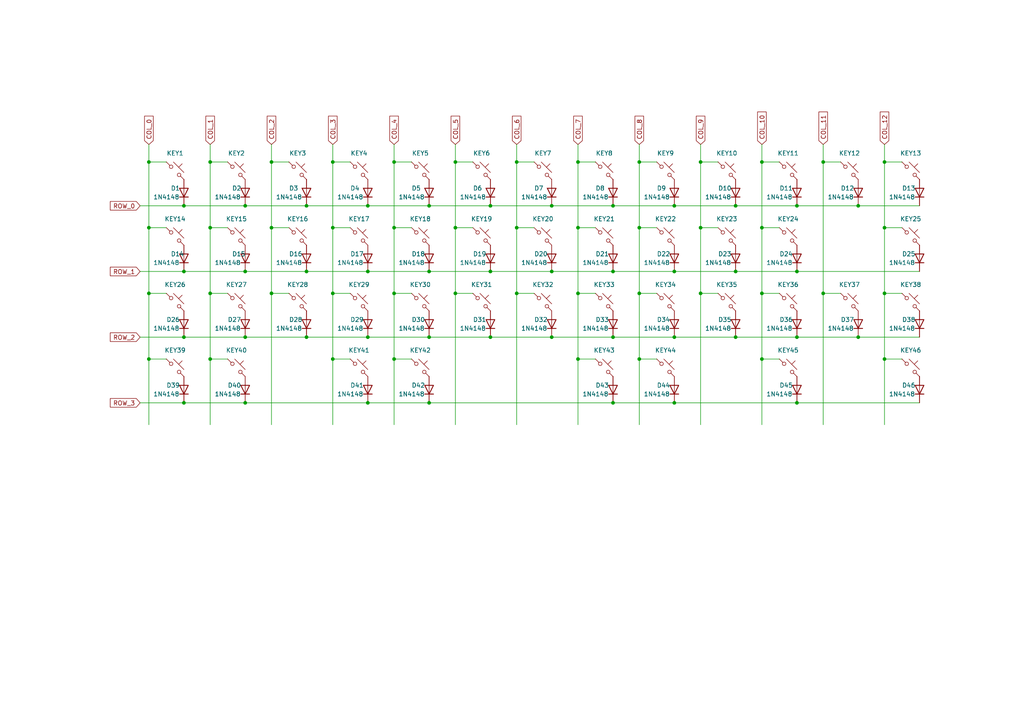
<source format=kicad_sch>
(kicad_sch (version 20230121) (generator eeschema)
  (paper "A4")
  (lib_symbols
    (symbol "Diode:1N4148" (pin_numbers hide) (pin_names (offset 1.016) hide)
      (property "Reference" "D" (at 0 2.54 0))
      (property "Value" "1N4148" (at 0 -2.54 0))
      (symbol "1N4148_0_1"
        (polyline (pts (xy -1.27 1.27) (xy -1.27 -1.27)) (stroke (width 0.254)))
        (polyline (pts (xy 1.27 0) (xy -1.27 0)))
        (polyline (pts (xy 1.27 1.27) (xy 1.27 -1.27) (xy -1.27 0) (xy 1.27 1.27)) (stroke (width 0.254)))
      )
      (symbol "1N4148_1_1"
        (pin passive line (at -3.81 0 0) (length 2.54) (name "K") (number "1"))
        (pin passive line (at 3.81 0 180) (length 2.54) (name "A") (number "2"))
      )
    )
    (symbol "Switch:SW_Push_45deg" (pin_numbers hide) (pin_names (offset 1.016) hide)
      (property "Reference" "SW" (at 3.048 1.016 0))
      (property "Value" "SW_Push_45deg" (at 0 -3.81 0))
      (symbol "SW_Push_45deg_0_1"
        (circle (center -1.1684 1.1684) (radius 0.508))
        (polyline (pts (xy -0.508 2.54) (xy 2.54 -0.508)))
        (polyline (pts (xy 1.016 1.016) (xy 2.032 2.032)))
        (polyline (pts (xy -2.54 2.54) (xy -1.524 1.524) (xy -1.524 1.524)))
        (polyline (pts (xy 1.524 -1.524) (xy 2.54 -2.54) (xy 2.54 -2.54) (xy 2.54 -2.54)))
        (circle (center 1.143 -1.1938) (radius 0.508))
        (pin passive line (at -2.54 2.54 0) (length 0) (name "1") (number "1"))
        (pin passive line (at 2.54 -2.54 180) (length 0) (name "2") (number "2"))
      )
    )
  )
  (junction (at 53.34 78.74))
  (junction (at 96.52 104.14))
  (junction (at 149.86 85.09))
  (junction (at 167.64 66.04))
  (junction (at 213.36 97.79))
  (junction (at 185.42 104.14))
  (junction (at 71.12 59.69))
  (junction (at 177.8 78.74))
  (junction (at 43.18 104.14))
  (junction (at 142.24 78.74))
  (junction (at 149.86 46.99))
  (junction (at 220.98 104.14))
  (junction (at 88.9 97.79))
  (junction (at 60.96 85.09))
  (junction (at 71.12 97.79))
  (junction (at 160.02 97.79))
  (junction (at 106.68 59.69))
  (junction (at 106.68 78.74))
  (junction (at 96.52 46.99))
  (junction (at 53.34 59.69))
  (junction (at 256.54 85.09))
  (junction (at 124.46 116.84))
  (junction (at 231.14 78.74))
  (junction (at 71.12 116.84))
  (junction (at 203.2 66.04))
  (junction (at 114.3 85.09))
  (junction (at 149.86 66.04))
  (junction (at 203.2 46.99))
  (junction (at 256.54 46.99))
  (junction (at 132.08 46.99))
  (junction (at 167.64 104.14))
  (junction (at 53.34 116.84))
  (junction (at 256.54 104.14))
  (junction (at 53.34 97.79))
  (junction (at 238.76 46.99))
  (junction (at 231.14 97.79))
  (junction (at 132.08 85.09))
  (junction (at 60.96 104.14))
  (junction (at 43.18 85.09))
  (junction (at 203.2 85.09))
  (junction (at 177.8 59.69))
  (junction (at 213.36 59.69))
  (junction (at 60.96 66.04))
  (junction (at 220.98 46.99))
  (junction (at 177.8 116.84))
  (junction (at 220.98 66.04))
  (junction (at 106.68 116.84))
  (junction (at 256.54 66.04))
  (junction (at 142.24 97.79))
  (junction (at 60.96 46.99))
  (junction (at 106.68 97.79))
  (junction (at 177.8 97.79))
  (junction (at 231.14 59.69))
  (junction (at 248.92 59.69))
  (junction (at 78.74 66.04))
  (junction (at 185.42 66.04))
  (junction (at 96.52 66.04))
  (junction (at 195.58 97.79))
  (junction (at 43.18 46.99))
  (junction (at 195.58 116.84))
  (junction (at 124.46 97.79))
  (junction (at 124.46 59.69))
  (junction (at 88.9 59.69))
  (junction (at 167.64 46.99))
  (junction (at 195.58 59.69))
  (junction (at 248.92 97.79))
  (junction (at 114.3 46.99))
  (junction (at 43.18 66.04))
  (junction (at 185.42 46.99))
  (junction (at 213.36 78.74))
  (junction (at 88.9 78.74))
  (junction (at 160.02 78.74))
  (junction (at 195.58 78.74))
  (junction (at 96.52 85.09))
  (junction (at 78.74 85.09))
  (junction (at 142.24 59.69))
  (junction (at 238.76 85.09))
  (junction (at 124.46 78.74))
  (junction (at 132.08 66.04))
  (junction (at 220.98 85.09))
  (junction (at 185.42 85.09))
  (junction (at 71.12 78.74))
  (junction (at 114.3 104.14))
  (junction (at 167.64 85.09))
  (junction (at 114.3 66.04))
  (junction (at 160.02 59.69))
  (junction (at 78.74 46.99))
  (junction (at 231.14 116.84))
  (wire (pts (xy 114.3 46.99) (xy 114.3 66.04)))
  (wire (pts (xy 88.9 78.74) (xy 106.68 78.74)))
  (wire (pts (xy 185.42 66.04) (xy 190.5 66.04)))
  (wire (pts (xy 238.76 85.09) (xy 243.84 85.09)))
  (wire (pts (xy 60.96 66.04) (xy 66.04 66.04)))
  (wire (pts (xy 96.52 104.14) (xy 101.6 104.14)))
  (wire (pts (xy 78.74 66.04) (xy 78.74 85.09)))
  (wire (pts (xy 142.24 78.74) (xy 160.02 78.74)))
  (wire (pts (xy 195.58 116.84) (xy 231.14 116.84)))
  (wire (pts (xy 43.18 104.14) (xy 48.26 104.14)))
  (wire (pts (xy 203.2 41.91) (xy 203.2 46.99)))
  (wire (pts (xy 114.3 46.99) (xy 119.38 46.99)))
  (wire (pts (xy 213.36 59.69) (xy 231.14 59.69)))
  (wire (pts (xy 220.98 104.14) (xy 226.06 104.14)))
  (wire (pts (xy 43.18 41.91) (xy 43.18 46.99)))
  (wire (pts (xy 124.46 78.74) (xy 142.24 78.74)))
  (wire (pts (xy 167.64 66.04) (xy 167.64 85.09)))
  (wire (pts (xy 96.52 41.91) (xy 96.52 46.99)))
  (wire (pts (xy 43.18 66.04) (xy 48.26 66.04)))
  (wire (pts (xy 231.14 116.84) (xy 266.7 116.84)))
  (wire (pts (xy 149.86 85.09) (xy 149.86 123.19)))
  (wire (pts (xy 213.36 78.74) (xy 231.14 78.74)))
  (wire (pts (xy 177.8 59.69) (xy 195.58 59.69)))
  (wire (pts (xy 220.98 85.09) (xy 220.98 104.14)))
  (wire (pts (xy 132.08 66.04) (xy 137.16 66.04)))
  (wire (pts (xy 71.12 59.69) (xy 88.9 59.69)))
  (wire (pts (xy 195.58 78.74) (xy 213.36 78.74)))
  (wire (pts (xy 60.96 104.14) (xy 66.04 104.14)))
  (wire (pts (xy 124.46 59.69) (xy 142.24 59.69)))
  (wire (pts (xy 132.08 85.09) (xy 132.08 123.19)))
  (wire (pts (xy 160.02 59.69) (xy 177.8 59.69)))
  (wire (pts (xy 256.54 46.99) (xy 261.62 46.99)))
  (wire (pts (xy 60.96 46.99) (xy 66.04 46.99)))
  (wire (pts (xy 220.98 46.99) (xy 220.98 66.04)))
  (wire (pts (xy 53.34 116.84) (xy 71.12 116.84)))
  (wire (pts (xy 40.64 78.74) (xy 53.34 78.74)))
  (wire (pts (xy 177.8 78.74) (xy 195.58 78.74)))
  (wire (pts (xy 40.64 97.79) (xy 53.34 97.79)))
  (wire (pts (xy 78.74 66.04) (xy 83.82 66.04)))
  (wire (pts (xy 43.18 46.99) (xy 48.26 46.99)))
  (wire (pts (xy 256.54 66.04) (xy 256.54 85.09)))
  (wire (pts (xy 203.2 66.04) (xy 203.2 85.09)))
  (wire (pts (xy 96.52 46.99) (xy 101.6 46.99)))
  (wire (pts (xy 43.18 85.09) (xy 43.18 104.14)))
  (wire (pts (xy 88.9 59.69) (xy 106.68 59.69)))
  (wire (pts (xy 114.3 85.09) (xy 114.3 104.14)))
  (wire (pts (xy 53.34 59.69) (xy 71.12 59.69)))
  (wire (pts (xy 185.42 104.14) (xy 185.42 123.19)))
  (wire (pts (xy 238.76 46.99) (xy 238.76 85.09)))
  (wire (pts (xy 71.12 116.84) (xy 106.68 116.84)))
  (wire (pts (xy 256.54 104.14) (xy 256.54 123.19)))
  (wire (pts (xy 185.42 104.14) (xy 190.5 104.14)))
  (wire (pts (xy 142.24 59.69) (xy 160.02 59.69)))
  (wire (pts (xy 238.76 46.99) (xy 243.84 46.99)))
  (wire (pts (xy 185.42 85.09) (xy 185.42 104.14)))
  (wire (pts (xy 203.2 85.09) (xy 203.2 123.19)))
  (wire (pts (xy 220.98 41.91) (xy 220.98 46.99)))
  (wire (pts (xy 149.86 46.99) (xy 154.94 46.99)))
  (wire (pts (xy 185.42 41.91) (xy 185.42 46.99)))
  (wire (pts (xy 124.46 116.84) (xy 177.8 116.84)))
  (wire (pts (xy 96.52 66.04) (xy 96.52 85.09)))
  (wire (pts (xy 203.2 46.99) (xy 203.2 66.04)))
  (wire (pts (xy 248.92 59.69) (xy 266.7 59.69)))
  (wire (pts (xy 185.42 46.99) (xy 185.42 66.04)))
  (wire (pts (xy 231.14 97.79) (xy 248.92 97.79)))
  (wire (pts (xy 78.74 85.09) (xy 78.74 123.19)))
  (wire (pts (xy 40.64 116.84) (xy 53.34 116.84)))
  (wire (pts (xy 203.2 46.99) (xy 208.28 46.99)))
  (wire (pts (xy 88.9 97.79) (xy 106.68 97.79)))
  (wire (pts (xy 71.12 97.79) (xy 88.9 97.79)))
  (wire (pts (xy 96.52 46.99) (xy 96.52 66.04)))
  (wire (pts (xy 132.08 85.09) (xy 137.16 85.09)))
  (wire (pts (xy 220.98 85.09) (xy 226.06 85.09)))
  (wire (pts (xy 78.74 46.99) (xy 78.74 66.04)))
  (wire (pts (xy 53.34 97.79) (xy 71.12 97.79)))
  (wire (pts (xy 124.46 97.79) (xy 142.24 97.79)))
  (wire (pts (xy 78.74 46.99) (xy 83.82 46.99)))
  (wire (pts (xy 185.42 85.09) (xy 190.5 85.09)))
  (wire (pts (xy 231.14 78.74) (xy 266.7 78.74)))
  (wire (pts (xy 160.02 97.79) (xy 177.8 97.79)))
  (wire (pts (xy 142.24 97.79) (xy 160.02 97.79)))
  (wire (pts (xy 256.54 66.04) (xy 261.62 66.04)))
  (wire (pts (xy 53.34 78.74) (xy 71.12 78.74)))
  (wire (pts (xy 60.96 85.09) (xy 60.96 104.14)))
  (wire (pts (xy 167.64 46.99) (xy 172.72 46.99)))
  (wire (pts (xy 106.68 59.69) (xy 124.46 59.69)))
  (wire (pts (xy 238.76 41.91) (xy 238.76 46.99)))
  (wire (pts (xy 177.8 116.84) (xy 195.58 116.84)))
  (wire (pts (xy 195.58 97.79) (xy 213.36 97.79)))
  (wire (pts (xy 167.64 85.09) (xy 172.72 85.09)))
  (wire (pts (xy 160.02 78.74) (xy 177.8 78.74)))
  (wire (pts (xy 167.64 46.99) (xy 167.64 66.04)))
  (wire (pts (xy 43.18 46.99) (xy 43.18 66.04)))
  (wire (pts (xy 248.92 97.79) (xy 266.7 97.79)))
  (wire (pts (xy 106.68 78.74) (xy 124.46 78.74)))
  (wire (pts (xy 106.68 116.84) (xy 124.46 116.84)))
  (wire (pts (xy 185.42 66.04) (xy 185.42 85.09)))
  (wire (pts (xy 114.3 104.14) (xy 114.3 123.19)))
  (wire (pts (xy 256.54 85.09) (xy 261.62 85.09)))
  (wire (pts (xy 114.3 85.09) (xy 119.38 85.09)))
  (wire (pts (xy 220.98 104.14) (xy 220.98 123.19)))
  (wire (pts (xy 96.52 85.09) (xy 96.52 104.14)))
  (wire (pts (xy 203.2 66.04) (xy 208.28 66.04)))
  (wire (pts (xy 149.86 41.91) (xy 149.86 46.99)))
  (wire (pts (xy 220.98 66.04) (xy 226.06 66.04)))
  (wire (pts (xy 78.74 85.09) (xy 83.82 85.09)))
  (wire (pts (xy 132.08 46.99) (xy 132.08 66.04)))
  (wire (pts (xy 106.68 97.79) (xy 124.46 97.79)))
  (wire (pts (xy 238.76 85.09) (xy 238.76 123.19)))
  (wire (pts (xy 185.42 46.99) (xy 190.5 46.99)))
  (wire (pts (xy 60.96 104.14) (xy 60.96 123.19)))
  (wire (pts (xy 149.86 85.09) (xy 154.94 85.09)))
  (wire (pts (xy 96.52 104.14) (xy 96.52 123.19)))
  (wire (pts (xy 71.12 78.74) (xy 88.9 78.74)))
  (wire (pts (xy 231.14 59.69) (xy 248.92 59.69)))
  (wire (pts (xy 96.52 66.04) (xy 101.6 66.04)))
  (wire (pts (xy 167.64 85.09) (xy 167.64 104.14)))
  (wire (pts (xy 149.86 46.99) (xy 149.86 66.04)))
  (wire (pts (xy 256.54 46.99) (xy 256.54 66.04)))
  (wire (pts (xy 43.18 85.09) (xy 48.26 85.09)))
  (wire (pts (xy 177.8 97.79) (xy 195.58 97.79)))
  (wire (pts (xy 114.3 66.04) (xy 119.38 66.04)))
  (wire (pts (xy 220.98 66.04) (xy 220.98 85.09)))
  (wire (pts (xy 132.08 46.99) (xy 137.16 46.99)))
  (wire (pts (xy 256.54 85.09) (xy 256.54 104.14)))
  (wire (pts (xy 167.64 104.14) (xy 172.72 104.14)))
  (wire (pts (xy 40.64 59.69) (xy 53.34 59.69)))
  (wire (pts (xy 60.96 46.99) (xy 60.96 66.04)))
  (wire (pts (xy 167.64 41.91) (xy 167.64 46.99)))
  (wire (pts (xy 60.96 66.04) (xy 60.96 85.09)))
  (wire (pts (xy 96.52 85.09) (xy 101.6 85.09)))
  (wire (pts (xy 149.86 66.04) (xy 154.94 66.04)))
  (wire (pts (xy 132.08 41.91) (xy 132.08 46.99)))
  (wire (pts (xy 213.36 97.79) (xy 231.14 97.79)))
  (wire (pts (xy 167.64 66.04) (xy 172.72 66.04)))
  (wire (pts (xy 132.08 66.04) (xy 132.08 85.09)))
  (wire (pts (xy 114.3 41.91) (xy 114.3 46.99)))
  (wire (pts (xy 43.18 66.04) (xy 43.18 85.09)))
  (wire (pts (xy 43.18 104.14) (xy 43.18 123.19)))
  (wire (pts (xy 114.3 66.04) (xy 114.3 85.09)))
  (wire (pts (xy 256.54 104.14) (xy 261.62 104.14)))
  (wire (pts (xy 203.2 85.09) (xy 208.28 85.09)))
  (wire (pts (xy 60.96 41.91) (xy 60.96 46.99)))
  (wire (pts (xy 195.58 59.69) (xy 213.36 59.69)))
  (wire (pts (xy 256.54 41.91) (xy 256.54 46.99)))
  (wire (pts (xy 60.96 85.09) (xy 66.04 85.09)))
  (wire (pts (xy 220.98 46.99) (xy 226.06 46.99)))
  (wire (pts (xy 167.64 104.14) (xy 167.64 123.19)))
  (wire (pts (xy 114.3 104.14) (xy 119.38 104.14)))
  (wire (pts (xy 78.74 41.91) (xy 78.74 46.99)))
  (wire (pts (xy 149.86 66.04) (xy 149.86 85.09)))
  (global_label "COL_12" (shape input) (at 256.54 41.91 90) (property "Intersheetrefs" "${INTERSHEET_REFS}" (effects hide)))
  (global_label "COL_8" (shape input) (at 185.42 41.91 90) (property "Intersheetrefs" "${INTERSHEET_REFS}" (effects hide)))
  (global_label "ROW_3" (shape input) (at 40.64 116.84 180) (property "Intersheetrefs" "${INTERSHEET_REFS}" (effects hide)))
  (global_label "COL_1" (shape input) (at 60.96 41.91 90) (property "Intersheetrefs" "${INTERSHEET_REFS}" (effects hide)))
  (global_label "COL_6" (shape input) (at 149.86 41.91 90) (property "Intersheetrefs" "${INTERSHEET_REFS}" (effects hide)))
  (global_label "COL_3" (shape input) (at 96.52 41.91 90) (property "Intersheetrefs" "${INTERSHEET_REFS}" (effects hide)))
  (global_label "COL_9" (shape input) (at 203.2 41.91 90) (property "Intersheetrefs" "${INTERSHEET_REFS}" (effects hide)))
  (global_label "ROW_0" (shape input) (at 40.64 59.69 180) (property "Intersheetrefs" "${INTERSHEET_REFS}" (effects hide)))
  (global_label "COL_4" (shape input) (at 114.3 41.91 90) (property "Intersheetrefs" "${INTERSHEET_REFS}" (effects hide)))
  (global_label "COL_11" (shape input) (at 238.76 41.91 90) (property "Intersheetrefs" "${INTERSHEET_REFS}" (effects hide)))
  (global_label "ROW_1" (shape input) (at 40.64 78.74 180) (property "Intersheetrefs" "${INTERSHEET_REFS}" (effects hide)))
  (global_label "COL_0" (shape input) (at 43.18 41.91 90) (property "Intersheetrefs" "${INTERSHEET_REFS}" (effects hide)))
  (global_label "COL_2" (shape input) (at 78.74 41.91 90) (property "Intersheetrefs" "${INTERSHEET_REFS}" (effects hide)))
  (global_label "COL_5" (shape input) (at 132.08 41.91 90) (property "Intersheetrefs" "${INTERSHEET_REFS}" (effects hide)))
  (global_label "COL_7" (shape input) (at 167.64 41.91 90) (property "Intersheetrefs" "${INTERSHEET_REFS}" (effects hide)))
  (global_label "ROW_2" (shape input) (at 40.64 97.79 180) (property "Intersheetrefs" "${INTERSHEET_REFS}" (effects hide)))
  (global_label "COL_10" (shape input) (at 220.98 41.91 90) (property "Intersheetrefs" "${INTERSHEET_REFS}" (effects hide)))
  (symbol (lib_id "Switch:SW_Push_45deg") (at 246.38 49.53 0) (unit 1)
    (property "Reference" "KEY12" (at 246.38 44.45 0))
    (property "Value" "SW_Push_45deg" (effects hide))
    (property "Footprint" "MX_Solderable:MX-Solderable-1U" (effects hide))
  )
  (symbol (lib_id "Diode:1N4148") (at 106.68 55.88 90) (unit 1)
    (property "Reference" "D4" (at 101.6 54.61 90) (effects (justify right)))
    (property "Value" "1N4148" (at 97.79 57.15 90) (effects (justify right)))
    (property "Footprint" "Diode_SMD:D_SOD-123" (effects hide))
    (property "Datasheet" "https://assets.nexperia.com/documents/data-sheet/1N4148_1N4448.pdf" (effects hide))
    (property "LCSC" "C81598" (effects hide))
  )
  (symbol (lib_id "Diode:1N4148") (at 195.58 113.03 90) (unit 1)
    (property "Reference" "D44" (at 190.5 111.76 90) (effects (justify right)))
    (property "Value" "1N4148" (at 186.69 114.3 90) (effects (justify right)))
    (property "Footprint" "Diode_SMD:D_SOD-123" (effects hide))
    (property "Datasheet" "https://assets.nexperia.com/documents/data-sheet/1N4148_1N4448.pdf" (effects hide))
    (property "LCSC" "C81598" (effects hide))
  )
  (symbol (lib_id "Switch:SW_Push_45deg") (at 210.82 49.53 0) (unit 1)
    (property "Reference" "KEY10" (at 210.82 44.45 0))
    (property "Value" "SW_Push_45deg" (effects hide))
    (property "Footprint" "MX_Solderable:MX-Solderable-1U" (effects hide))
  )
  (symbol (lib_id "Switch:SW_Push_45deg") (at 264.16 49.53 0) (unit 1)
    (property "Reference" "KEY13" (at 264.16 44.45 0))
    (property "Value" "SW_Push_45deg" (effects hide))
    (property "Footprint" "MX_Solderable:MX-Solderable-1U" (effects hide))
  )
  (symbol (lib_id "Diode:1N4148") (at 106.68 113.03 90) (unit 1)
    (property "Reference" "D41" (at 101.6 111.76 90) (effects (justify right)))
    (property "Value" "1N4148" (at 97.79 114.3 90) (effects (justify right)))
    (property "Footprint" "Diode_SMD:D_SOD-123" (effects hide))
    (property "Datasheet" "https://assets.nexperia.com/documents/data-sheet/1N4148_1N4448.pdf" (effects hide))
    (property "LCSC" "C81598" (effects hide))
  )
  (symbol (lib_id "Switch:SW_Push_45deg") (at 193.04 87.63 0) (unit 1)
    (property "Reference" "KEY34" (at 193.04 82.55 0))
    (property "Value" "SW_Push_45deg" (effects hide))
    (property "Footprint" "MX_Solderable:MX-Solderable-1U" (effects hide))
  )
  (symbol (lib_id "Switch:SW_Push_45deg") (at 157.48 87.63 0) (unit 1)
    (property "Reference" "KEY32" (at 157.48 82.55 0))
    (property "Value" "SW_Push_45deg" (effects hide))
    (property "Footprint" "MX_Solderable:MX-Solderable-1U" (effects hide))
  )
  (symbol (lib_id "Switch:SW_Push_45deg") (at 175.26 106.68 0) (unit 1)
    (property "Reference" "KEY43" (at 175.26 101.6 0))
    (property "Value" "SW_Push_45deg" (effects hide))
    (property "Footprint" "MX_Solderable:MX-Solderable-2.25U-ReversedStabilizers" (effects hide))
  )
  (symbol (lib_id "Switch:SW_Push_45deg") (at 139.7 87.63 0) (unit 1)
    (property "Reference" "KEY31" (at 139.7 82.55 0))
    (property "Value" "SW_Push_45deg" (effects hide))
    (property "Footprint" "MX_Solderable:MX-Solderable-1U" (effects hide))
  )
  (symbol (lib_id "Switch:SW_Push_45deg") (at 228.6 106.68 0) (unit 1)
    (property "Reference" "KEY45" (at 228.6 101.6 0))
    (property "Value" "SW_Push_45deg" (effects hide))
    (property "Footprint" "MX_Solderable:MX-Solderable-1.25U" (effects hide))
  )
  (symbol (lib_id "Switch:SW_Push_45deg") (at 157.48 49.53 0) (unit 1)
    (property "Reference" "KEY7" (at 157.48 44.45 0))
    (property "Value" "SW_Push_45deg" (effects hide))
    (property "Footprint" "MX_Solderable:MX-Solderable-1U" (effects hide))
  )
  (symbol (lib_id "Diode:1N4148") (at 160.02 74.93 90) (unit 1)
    (property "Reference" "D20" (at 154.94 73.66 90) (effects (justify right)))
    (property "Value" "1N4148" (at 151.13 76.2 90) (effects (justify right)))
    (property "Footprint" "Diode_SMD:D_SOD-123" (effects hide))
    (property "Datasheet" "https://assets.nexperia.com/documents/data-sheet/1N4148_1N4448.pdf" (effects hide))
    (property "LCSC" "C81598" (effects hide))
  )
  (symbol (lib_id "Diode:1N4148") (at 231.14 55.88 90) (unit 1)
    (property "Reference" "D11" (at 226.06 54.61 90) (effects (justify right)))
    (property "Value" "1N4148" (at 222.25 57.15 90) (effects (justify right)))
    (property "Footprint" "Diode_SMD:D_SOD-123" (effects hide))
    (property "Datasheet" "https://assets.nexperia.com/documents/data-sheet/1N4148_1N4448.pdf" (effects hide))
    (property "LCSC" "C81598" (effects hide))
  )
  (symbol (lib_id "Switch:SW_Push_45deg") (at 104.14 87.63 0) (unit 1)
    (property "Reference" "KEY29" (at 104.14 82.55 0))
    (property "Value" "SW_Push_45deg" (effects hide))
    (property "Footprint" "MX_Solderable:MX-Solderable-1U" (effects hide))
  )
  (symbol (lib_id "Switch:SW_Push_45deg") (at 175.26 49.53 0) (unit 1)
    (property "Reference" "KEY8" (at 175.26 44.45 0))
    (property "Value" "SW_Push_45deg" (effects hide))
    (property "Footprint" "MX_Solderable:MX-Solderable-1U" (effects hide))
  )
  (symbol (lib_id "Diode:1N4148") (at 88.9 93.98 90) (unit 1)
    (property "Reference" "D28" (at 83.82 92.71 90) (effects (justify right)))
    (property "Value" "1N4148" (at 80.01 95.25 90) (effects (justify right)))
    (property "Footprint" "Diode_SMD:D_SOD-123" (effects hide))
    (property "Datasheet" "https://assets.nexperia.com/documents/data-sheet/1N4148_1N4448.pdf" (effects hide))
    (property "LCSC" "C81598" (effects hide))
  )
  (symbol (lib_id "Switch:SW_Push_45deg") (at 121.92 106.68 0) (unit 1)
    (property "Reference" "KEY42" (at 121.92 101.6 0))
    (property "Value" "SW_Push_45deg" (effects hide))
    (property "Footprint" "MX_Solderable:MX-Solderable-2U-ReversedStabilizers" (effects hide))
  )
  (symbol (lib_id "Switch:SW_Push_45deg") (at 210.82 87.63 0) (unit 1)
    (property "Reference" "KEY35" (at 210.82 82.55 0))
    (property "Value" "SW_Push_45deg" (effects hide))
    (property "Footprint" "MX_Solderable:MX-Solderable-1U" (effects hide))
  )
  (symbol (lib_id "Diode:1N4148") (at 106.68 93.98 90) (unit 1)
    (property "Reference" "D29" (at 101.6 92.71 90) (effects (justify right)))
    (property "Value" "1N4148" (at 97.79 95.25 90) (effects (justify right)))
    (property "Footprint" "Diode_SMD:D_SOD-123" (effects hide))
    (property "Datasheet" "https://assets.nexperia.com/documents/data-sheet/1N4148_1N4448.pdf" (effects hide))
    (property "LCSC" "C81598" (effects hide))
  )
  (symbol (lib_id "Diode:1N4148") (at 248.92 55.88 90) (unit 1)
    (property "Reference" "D12" (at 243.84 54.61 90) (effects (justify right)))
    (property "Value" "1N4148" (at 240.03 57.15 90) (effects (justify right)))
    (property "Footprint" "Diode_SMD:D_SOD-123" (effects hide))
    (property "Datasheet" "https://assets.nexperia.com/documents/data-sheet/1N4148_1N4448.pdf" (effects hide))
    (property "LCSC" "C81598" (effects hide))
  )
  (symbol (lib_id "Switch:SW_Push_45deg") (at 50.8 87.63 0) (unit 1)
    (property "Reference" "KEY26" (at 50.8 82.55 0))
    (property "Value" "SW_Push_45deg" (effects hide))
    (property "Footprint" "MX_Solderable:MX-Solderable-1.75U" (effects hide))
  )
  (symbol (lib_id "Switch:SW_Push_45deg") (at 175.26 87.63 0) (unit 1)
    (property "Reference" "KEY33" (at 175.26 82.55 0))
    (property "Value" "SW_Push_45deg" (effects hide))
    (property "Footprint" "MX_Solderable:MX-Solderable-1U" (effects hide))
  )
  (symbol (lib_id "Diode:1N4148") (at 124.46 113.03 90) (unit 1)
    (property "Reference" "D42" (at 119.38 111.76 90) (effects (justify right)))
    (property "Value" "1N4148" (at 115.57 114.3 90) (effects (justify right)))
    (property "Footprint" "Diode_SMD:D_SOD-123" (effects hide))
    (property "Datasheet" "https://assets.nexperia.com/documents/data-sheet/1N4148_1N4448.pdf" (effects hide))
    (property "LCSC" "C81598" (effects hide))
  )
  (symbol (lib_id "Switch:SW_Push_45deg") (at 193.04 49.53 0) (unit 1)
    (property "Reference" "KEY9" (at 193.04 44.45 0))
    (property "Value" "SW_Push_45deg" (effects hide))
    (property "Footprint" "MX_Solderable:MX-Solderable-1U" (effects hide))
  )
  (symbol (lib_id "Switch:SW_Push_45deg") (at 264.16 87.63 0) (unit 1)
    (property "Reference" "KEY38" (at 264.16 82.55 0))
    (property "Value" "SW_Push_45deg" (effects hide))
    (property "Footprint" "MX_Solderable:MX-Solderable-1.25U" (effects hide))
  )
  (symbol (lib_id "Diode:1N4148") (at 106.68 74.93 90) (unit 1)
    (property "Reference" "D17" (at 101.6 73.66 90) (effects (justify right)))
    (property "Value" "1N4148" (at 97.79 76.2 90) (effects (justify right)))
    (property "Footprint" "Diode_SMD:D_SOD-123" (effects hide))
    (property "Datasheet" "https://assets.nexperia.com/documents/data-sheet/1N4148_1N4448.pdf" (effects hide))
    (property "LCSC" "C81598" (effects hide))
  )
  (symbol (lib_id "Diode:1N4148") (at 195.58 93.98 90) (unit 1)
    (property "Reference" "D34" (at 190.5 92.71 90) (effects (justify right)))
    (property "Value" "1N4148" (at 186.69 95.25 90) (effects (justify right)))
    (property "Footprint" "Diode_SMD:D_SOD-123" (effects hide))
    (property "Datasheet" "https://assets.nexperia.com/documents/data-sheet/1N4148_1N4448.pdf" (effects hide))
    (property "LCSC" "C81598" (effects hide))
  )
  (symbol (lib_id "Switch:SW_Push_45deg") (at 193.04 68.58 0) (unit 1)
    (property "Reference" "KEY22" (at 193.04 63.5 0))
    (property "Value" "SW_Push_45deg" (effects hide))
    (property "Footprint" "MX_Solderable:MX-Solderable-1U" (effects hide))
  )
  (symbol (lib_id "Switch:SW_Push_45deg") (at 264.16 106.68 0) (unit 1)
    (property "Reference" "KEY46" (at 264.16 101.6 0))
    (property "Value" "SW_Push_45deg" (effects hide))
    (property "Footprint" "MX_Solderable:MX-Solderable-1.25U" (effects hide))
  )
  (symbol (lib_id "Switch:SW_Push_45deg") (at 86.36 68.58 0) (unit 1)
    (property "Reference" "KEY16" (at 86.36 63.5 0))
    (property "Value" "SW_Push_45deg" (effects hide))
    (property "Footprint" "MX_Solderable:MX-Solderable-1U" (effects hide))
  )
  (symbol (lib_id "Diode:1N4148") (at 266.7 74.93 90) (unit 1)
    (property "Reference" "D25" (at 261.62 73.66 90) (effects (justify right)))
    (property "Value" "1N4148" (at 257.81 76.2 90) (effects (justify right)))
    (property "Footprint" "Diode_SMD:D_SOD-123" (effects hide))
    (property "Datasheet" "https://assets.nexperia.com/documents/data-sheet/1N4148_1N4448.pdf" (effects hide))
    (property "LCSC" "C81598" (effects hide))
  )
  (symbol (lib_id "Diode:1N4148") (at 177.8 93.98 90) (unit 1)
    (property "Reference" "D33" (at 172.72 92.71 90) (effects (justify right)))
    (property "Value" "1N4148" (at 168.91 95.25 90) (effects (justify right)))
    (property "Footprint" "Diode_SMD:D_SOD-123" (effects hide))
    (property "Datasheet" "https://assets.nexperia.com/documents/data-sheet/1N4148_1N4448.pdf" (effects hide))
    (property "LCSC" "C81598" (effects hide))
  )
  (symbol (lib_id "Diode:1N4148") (at 88.9 55.88 90) (unit 1)
    (property "Reference" "D3" (at 83.82 54.61 90) (effects (justify right)))
    (property "Value" "1N4148" (at 80.01 57.15 90) (effects (justify right)))
    (property "Footprint" "Diode_SMD:D_SOD-123" (effects hide))
    (property "Datasheet" "https://assets.nexperia.com/documents/data-sheet/1N4148_1N4448.pdf" (effects hide))
    (property "LCSC" "C81598" (effects hide))
  )
  (symbol (lib_id "Diode:1N4148") (at 142.24 55.88 90) (unit 1)
    (property "Reference" "D6" (at 137.16 54.61 90) (effects (justify right)))
    (property "Value" "1N4148" (at 133.35 57.15 90) (effects (justify right)))
    (property "Footprint" "Diode_SMD:D_SOD-123" (effects hide))
    (property "Datasheet" "https://assets.nexperia.com/documents/data-sheet/1N4148_1N4448.pdf" (effects hide))
    (property "LCSC" "C81598" (effects hide))
  )
  (symbol (lib_id "Switch:SW_Push_45deg") (at 50.8 106.68 0) (unit 1)
    (property "Reference" "KEY39" (at 50.8 101.6 0))
    (property "Value" "SW_Push_45deg" (effects hide))
    (property "Footprint" "MX_Solderable:MX-Solderable-1.25U" (effects hide))
  )
  (symbol (lib_id "Diode:1N4148") (at 124.46 55.88 90) (unit 1)
    (property "Reference" "D5" (at 119.38 54.61 90) (effects (justify right)))
    (property "Value" "1N4148" (at 115.57 57.15 90) (effects (justify right)))
    (property "Footprint" "Diode_SMD:D_SOD-123" (effects hide))
    (property "Datasheet" "https://assets.nexperia.com/documents/data-sheet/1N4148_1N4448.pdf" (effects hide))
    (property "LCSC" "C81598" (effects hide))
  )
  (symbol (lib_id "Switch:SW_Push_45deg") (at 246.38 87.63 0) (unit 1)
    (property "Reference" "KEY37" (at 246.38 82.55 0))
    (property "Value" "SW_Push_45deg" (effects hide))
    (property "Footprint" "MX_Solderable:MX-Solderable-1U" (effects hide))
  )
  (symbol (lib_id "Switch:SW_Push_45deg") (at 104.14 106.68 0) (unit 1)
    (property "Reference" "KEY41" (at 104.14 101.6 0))
    (property "Value" "SW_Push_45deg" (effects hide))
    (property "Footprint" "MX_Solderable:MX-Solderable-1.25U" (effects hide))
  )
  (symbol (lib_id "Diode:1N4148") (at 53.34 93.98 90) (unit 1)
    (property "Reference" "D26" (at 48.26 92.71 90) (effects (justify right)))
    (property "Value" "1N4148" (at 44.45 95.25 90) (effects (justify right)))
    (property "Footprint" "Diode_SMD:D_SOD-123" (effects hide))
    (property "Datasheet" "https://assets.nexperia.com/documents/data-sheet/1N4148_1N4448.pdf" (effects hide))
    (property "LCSC" "C81598" (effects hide))
  )
  (symbol (lib_id "Switch:SW_Push_45deg") (at 86.36 49.53 0) (unit 1)
    (property "Reference" "KEY3" (at 86.36 44.45 0))
    (property "Value" "SW_Push_45deg" (effects hide))
    (property "Footprint" "MX_Solderable:MX-Solderable-1U" (effects hide))
  )
  (symbol (lib_id "Diode:1N4148") (at 248.92 93.98 90) (unit 1)
    (property "Reference" "D37" (at 243.84 92.71 90) (effects (justify right)))
    (property "Value" "1N4148" (at 240.03 95.25 90) (effects (justify right)))
    (property "Footprint" "Diode_SMD:D_SOD-123" (effects hide))
    (property "Datasheet" "https://assets.nexperia.com/documents/data-sheet/1N4148_1N4448.pdf" (effects hide))
    (property "LCSC" "C81598" (effects hide))
  )
  (symbol (lib_id "Switch:SW_Push_45deg") (at 210.82 68.58 0) (unit 1)
    (property "Reference" "KEY23" (at 210.82 63.5 0))
    (property "Value" "SW_Push_45deg" (effects hide))
    (property "Footprint" "MX_Solderable:MX-Solderable-1U" (effects hide))
  )
  (symbol (lib_id "Diode:1N4148") (at 213.36 55.88 90) (unit 1)
    (property "Reference" "D10" (at 208.28 54.61 90) (effects (justify right)))
    (property "Value" "1N4148" (at 204.47 57.15 90) (effects (justify right)))
    (property "Footprint" "Diode_SMD:D_SOD-123" (effects hide))
    (property "Datasheet" "https://assets.nexperia.com/documents/data-sheet/1N4148_1N4448.pdf" (effects hide))
    (property "LCSC" "C81598" (effects hide))
  )
  (symbol (lib_id "Diode:1N4148") (at 266.7 93.98 90) (unit 1)
    (property "Reference" "D38" (at 261.62 92.71 90) (effects (justify right)))
    (property "Value" "1N4148" (at 257.81 95.25 90) (effects (justify right)))
    (property "Footprint" "Diode_SMD:D_SOD-123" (effects hide))
    (property "Datasheet" "https://assets.nexperia.com/documents/data-sheet/1N4148_1N4448.pdf" (effects hide))
    (property "LCSC" "C81598" (effects hide))
  )
  (symbol (lib_id "Diode:1N4148") (at 53.34 74.93 90) (unit 1)
    (property "Reference" "D14" (at 49.53 73.66 90) (effects (justify right)))
    (property "Value" "1N4148" (at 44.45 76.2 90) (effects (justify right)))
    (property "Footprint" "Diode_SMD:D_SOD-123" (effects hide))
    (property "Datasheet" "https://assets.nexperia.com/documents/data-sheet/1N4148_1N4448.pdf" (effects hide))
    (property "LCSC" "C81598" (effects hide))
  )
  (symbol (lib_id "Diode:1N4148") (at 177.8 74.93 90) (unit 1)
    (property "Reference" "D21" (at 172.72 73.66 90) (effects (justify right)))
    (property "Value" "1N4148" (at 168.91 76.2 90) (effects (justify right)))
    (property "Footprint" "Diode_SMD:D_SOD-123" (effects hide))
    (property "Datasheet" "https://assets.nexperia.com/documents/data-sheet/1N4148_1N4448.pdf" (effects hide))
    (property "LCSC" "C81598" (effects hide))
  )
  (symbol (lib_id "Diode:1N4148") (at 231.14 113.03 90) (unit 1)
    (property "Reference" "D45" (at 226.06 111.76 90) (effects (justify right)))
    (property "Value" "1N4148" (at 222.25 114.3 90) (effects (justify right)))
    (property "Footprint" "Diode_SMD:D_SOD-123" (effects hide))
    (property "Datasheet" "https://assets.nexperia.com/documents/data-sheet/1N4148_1N4448.pdf" (effects hide))
    (property "LCSC" "C81598" (effects hide))
  )
  (symbol (lib_id "Switch:SW_Push_45deg") (at 175.26 68.58 0) (unit 1)
    (property "Reference" "KEY21" (at 175.26 63.5 0))
    (property "Value" "SW_Push_45deg" (effects hide))
    (property "Footprint" "MX_Solderable:MX-Solderable-1U" (effects hide))
  )
  (symbol (lib_id "Switch:SW_Push_45deg") (at 228.6 49.53 0) (unit 1)
    (property "Reference" "KEY11" (at 228.6 44.45 0))
    (property "Value" "SW_Push_45deg" (effects hide))
    (property "Footprint" "MX_Solderable:MX-Solderable-1U" (effects hide))
  )
  (symbol (lib_id "Diode:1N4148") (at 160.02 93.98 90) (unit 1)
    (property "Reference" "D32" (at 154.94 92.71 90) (effects (justify right)))
    (property "Value" "1N4148" (at 151.13 95.25 90) (effects (justify right)))
    (property "Footprint" "Diode_SMD:D_SOD-123" (effects hide))
    (property "Datasheet" "https://assets.nexperia.com/documents/data-sheet/1N4148_1N4448.pdf" (effects hide))
    (property "LCSC" "C81598" (effects hide))
  )
  (symbol (lib_id "Switch:SW_Push_45deg") (at 121.92 68.58 0) (unit 1)
    (property "Reference" "KEY18" (at 121.92 63.5 0))
    (property "Value" "SW_Push_45deg" (effects hide))
    (property "Footprint" "MX_Solderable:MX-Solderable-1U" (effects hide))
  )
  (symbol (lib_id "Diode:1N4148") (at 195.58 55.88 90) (unit 1)
    (property "Reference" "D9" (at 190.5 54.61 90) (effects (justify right)))
    (property "Value" "1N4148" (at 186.69 57.15 90) (effects (justify right)))
    (property "Footprint" "Diode_SMD:D_SOD-123" (effects hide))
    (property "Datasheet" "https://assets.nexperia.com/documents/data-sheet/1N4148_1N4448.pdf" (effects hide))
    (property "LCSC" "C81598" (effects hide))
  )
  (symbol (lib_id "Diode:1N4148") (at 71.12 55.88 90) (unit 1)
    (property "Reference" "D2" (at 67.31 54.61 90) (effects (justify right)))
    (property "Value" "1N4148" (at 62.23 57.15 90) (effects (justify right)))
    (property "Footprint" "Diode_SMD:D_SOD-123" (effects hide))
    (property "Datasheet" "https://assets.nexperia.com/documents/data-sheet/1N4148_1N4448.pdf" (effects hide))
    (property "LCSC" "C81598" (effects hide))
  )
  (symbol (lib_id "Switch:SW_Push_45deg") (at 228.6 68.58 0) (unit 1)
    (property "Reference" "KEY24" (at 228.6 63.5 0))
    (property "Value" "SW_Push_45deg" (effects hide))
    (property "Footprint" "MX_Solderable:MX-Solderable-1U" (effects hide))
  )
  (symbol (lib_id "Diode:1N4148") (at 231.14 93.98 90) (unit 1)
    (property "Reference" "D36" (at 226.06 92.71 90) (effects (justify right)))
    (property "Value" "1N4148" (at 222.25 95.25 90) (effects (justify right)))
    (property "Footprint" "Diode_SMD:D_SOD-123" (effects hide))
    (property "Datasheet" "https://assets.nexperia.com/documents/data-sheet/1N4148_1N4448.pdf" (effects hide))
    (property "LCSC" "C81598" (effects hide))
  )
  (symbol (lib_id "Switch:SW_Push_45deg") (at 86.36 87.63 0) (unit 1)
    (property "Reference" "KEY28" (at 86.36 82.55 0))
    (property "Value" "SW_Push_45deg" (effects hide))
    (property "Footprint" "MX_Solderable:MX-Solderable-1U" (effects hide))
  )
  (symbol (lib_id "Diode:1N4148") (at 142.24 93.98 90) (unit 1)
    (property "Reference" "D31" (at 137.16 92.71 90) (effects (justify right)))
    (property "Value" "1N4148" (at 133.35 95.25 90) (effects (justify right)))
    (property "Footprint" "Diode_SMD:D_SOD-123" (effects hide))
    (property "Datasheet" "https://assets.nexperia.com/documents/data-sheet/1N4148_1N4448.pdf" (effects hide))
    (property "LCSC" "C81598" (effects hide))
  )
  (symbol (lib_id "Diode:1N4148") (at 71.12 93.98 90) (unit 1)
    (property "Reference" "D27" (at 66.04 92.71 90) (effects (justify right)))
    (property "Value" "1N4148" (at 62.23 95.25 90) (effects (justify right)))
    (property "Footprint" "Diode_SMD:D_SOD-123" (effects hide))
    (property "Datasheet" "https://assets.nexperia.com/documents/data-sheet/1N4148_1N4448.pdf" (effects hide))
    (property "LCSC" "C81598" (effects hide))
  )
  (symbol (lib_id "Switch:SW_Push_45deg") (at 50.8 68.58 0) (unit 1)
    (property "Reference" "KEY14" (at 50.8 63.5 0))
    (property "Value" "SW_Push_45deg" (effects hide))
    (property "Footprint" "MX_Solderable:MX-Solderable-1.25U" (effects hide))
  )
  (symbol (lib_id "Diode:1N4148") (at 231.14 74.93 90) (unit 1)
    (property "Reference" "D24" (at 226.06 73.66 90) (effects (justify right)))
    (property "Value" "1N4148" (at 222.25 76.2 90) (effects (justify right)))
    (property "Footprint" "Diode_SMD:D_SOD-123" (effects hide))
    (property "Datasheet" "https://assets.nexperia.com/documents/data-sheet/1N4148_1N4448.pdf" (effects hide))
    (property "LCSC" "C81598" (effects hide))
  )
  (symbol (lib_id "Switch:SW_Push_45deg") (at 193.04 106.68 0) (unit 1)
    (property "Reference" "KEY44" (at 193.04 101.6 0))
    (property "Value" "SW_Push_45deg" (effects hide))
    (property "Footprint" "MX_Solderable:MX-Solderable-1.25U" (effects hide))
  )
  (symbol (lib_id "Switch:SW_Push_45deg") (at 104.14 49.53 0) (unit 1)
    (property "Reference" "KEY4" (at 104.14 44.45 0))
    (property "Value" "SW_Push_45deg" (effects hide))
    (property "Footprint" "MX_Solderable:MX-Solderable-1U" (effects hide))
  )
  (symbol (lib_id "Diode:1N4148") (at 71.12 74.93 90) (unit 1)
    (property "Reference" "D15" (at 67.31 73.66 90) (effects (justify right)))
    (property "Value" "1N4148" (at 62.23 76.2 90) (effects (justify right)))
    (property "Footprint" "Diode_SMD:D_SOD-123" (effects hide))
    (property "Datasheet" "https://assets.nexperia.com/documents/data-sheet/1N4148_1N4448.pdf" (effects hide))
    (property "LCSC" "C81598" (effects hide))
  )
  (symbol (lib_id "Switch:SW_Push_45deg") (at 68.58 87.63 0) (unit 1)
    (property "Reference" "KEY27" (at 68.58 82.55 0))
    (property "Value" "SW_Push_45deg" (effects hide))
    (property "Footprint" "MX_Solderable:MX-Solderable-1U" (effects hide))
  )
  (symbol (lib_id "Diode:1N4148") (at 266.7 55.88 90) (unit 1)
    (property "Reference" "D13" (at 261.62 54.61 90) (effects (justify right)))
    (property "Value" "1N4148" (at 257.81 57.15 90) (effects (justify right)))
    (property "Footprint" "Diode_SMD:D_SOD-123" (effects hide))
    (property "Datasheet" "https://assets.nexperia.com/documents/data-sheet/1N4148_1N4448.pdf" (effects hide))
    (property "LCSC" "C81598" (effects hide))
  )
  (symbol (lib_id "Switch:SW_Push_45deg") (at 139.7 68.58 0) (unit 1)
    (property "Reference" "KEY19" (at 139.7 63.5 0))
    (property "Value" "SW_Push_45deg" (effects hide))
    (property "Footprint" "MX_Solderable:MX-Solderable-1U" (effects hide))
  )
  (symbol (lib_id "Switch:SW_Push_45deg") (at 50.8 49.53 0) (unit 1)
    (property "Reference" "KEY1" (at 50.8 44.45 0))
    (property "Value" "SW_Push_45deg" (effects hide))
    (property "Footprint" "MX_Solderable:MX-Solderable-1U" (effects hide))
  )
  (symbol (lib_id "Switch:SW_Push_45deg") (at 228.6 87.63 0) (unit 1)
    (property "Reference" "KEY36" (at 228.6 82.55 0))
    (property "Value" "SW_Push_45deg" (effects hide))
    (property "Footprint" "MX_Solderable:MX-Solderable-1U" (effects hide))
  )
  (symbol (lib_id "Diode:1N4148") (at 88.9 74.93 90) (unit 1)
    (property "Reference" "D16" (at 83.82 73.66 90) (effects (justify right)))
    (property "Value" "1N4148" (at 80.01 76.2 90) (effects (justify right)))
    (property "Footprint" "Diode_SMD:D_SOD-123" (effects hide))
    (property "Datasheet" "https://assets.nexperia.com/documents/data-sheet/1N4148_1N4448.pdf" (effects hide))
    (property "LCSC" "C81598" (effects hide))
  )
  (symbol (lib_id "Switch:SW_Push_45deg") (at 264.16 68.58 0) (unit 1)
    (property "Reference" "KEY25" (at 264.16 63.5 0))
    (property "Value" "SW_Push_45deg" (effects hide))
    (property "Footprint" "MX_Solderable:MX-Solderable-1.75U" (effects hide))
  )
  (symbol (lib_id "Diode:1N4148") (at 195.58 74.93 90) (unit 1)
    (property "Reference" "D22" (at 190.5 73.66 90) (effects (justify right)))
    (property "Value" "1N4148" (at 186.69 76.2 90) (effects (justify right)))
    (property "Footprint" "Diode_SMD:D_SOD-123" (effects hide))
    (property "Datasheet" "https://assets.nexperia.com/documents/data-sheet/1N4148_1N4448.pdf" (effects hide))
    (property "LCSC" "C81598" (effects hide))
  )
  (symbol (lib_id "Diode:1N4148") (at 177.8 55.88 90) (unit 1)
    (property "Reference" "D8" (at 172.72 54.61 90) (effects (justify right)))
    (property "Value" "1N4148" (at 168.91 57.15 90) (effects (justify right)))
    (property "Footprint" "Diode_SMD:D_SOD-123" (effects hide))
    (property "Datasheet" "https://assets.nexperia.com/documents/data-sheet/1N4148_1N4448.pdf" (effects hide))
    (property "LCSC" "C81598" (effects hide))
  )
  (symbol (lib_id "Diode:1N4148") (at 160.02 55.88 90) (unit 1)
    (property "Reference" "D7" (at 154.94 54.61 90) (effects (justify right)))
    (property "Value" "1N4148" (at 151.13 57.15 90) (effects (justify right)))
    (property "Footprint" "Diode_SMD:D_SOD-123" (effects hide))
    (property "Datasheet" "https://assets.nexperia.com/documents/data-sheet/1N4148_1N4448.pdf" (effects hide))
    (property "LCSC" "C81598" (effects hide))
  )
  (symbol (lib_id "Switch:SW_Push_45deg") (at 157.48 68.58 0) (unit 1)
    (property "Reference" "KEY20" (at 157.48 63.5 0))
    (property "Value" "SW_Push_45deg" (effects hide))
    (property "Footprint" "MX_Solderable:MX-Solderable-1U" (effects hide))
  )
  (symbol (lib_id "Diode:1N4148") (at 213.36 93.98 90) (unit 1)
    (property "Reference" "D35" (at 208.28 92.71 90) (effects (justify right)))
    (property "Value" "1N4148" (at 204.47 95.25 90) (effects (justify right)))
    (property "Footprint" "Diode_SMD:D_SOD-123" (effects hide))
    (property "Datasheet" "https://assets.nexperia.com/documents/data-sheet/1N4148_1N4448.pdf" (effects hide))
    (property "LCSC" "C81598" (effects hide))
  )
  (symbol (lib_id "Diode:1N4148") (at 142.24 74.93 90) (unit 1)
    (property "Reference" "D19" (at 137.16 73.66 90) (effects (justify right)))
    (property "Value" "1N4148" (at 133.35 76.2 90) (effects (justify right)))
    (property "Footprint" "Diode_SMD:D_SOD-123" (effects hide))
    (property "Datasheet" "https://assets.nexperia.com/documents/data-sheet/1N4148_1N4448.pdf" (effects hide))
    (property "LCSC" "C81598" (effects hide))
  )
  (symbol (lib_id "Diode:1N4148") (at 124.46 93.98 90) (unit 1)
    (property "Reference" "D30" (at 119.38 92.71 90) (effects (justify right)))
    (property "Value" "1N4148" (at 115.57 95.25 90) (effects (justify right)))
    (property "Footprint" "Diode_SMD:D_SOD-123" (effects hide))
    (property "Datasheet" "https://assets.nexperia.com/documents/data-sheet/1N4148_1N4448.pdf" (effects hide))
    (property "LCSC" "C81598" (effects hide))
  )
  (symbol (lib_id "Switch:SW_Push_45deg") (at 104.14 68.58 0) (unit 1)
    (property "Reference" "KEY17" (at 104.14 63.5 0))
    (property "Value" "SW_Push_45deg" (effects hide))
    (property "Footprint" "MX_Solderable:MX-Solderable-1U" (effects hide))
  )
  (symbol (lib_id "Switch:SW_Push_45deg") (at 68.58 68.58 0) (unit 1)
    (property "Reference" "KEY15" (at 68.58 63.5 0))
    (property "Value" "SW_Push_45deg" (effects hide))
    (property "Footprint" "MX_Solderable:MX-Solderable-1U" (effects hide))
  )
  (symbol (lib_id "Switch:SW_Push_45deg") (at 121.92 87.63 0) (unit 1)
    (property "Reference" "KEY30" (at 121.92 82.55 0))
    (property "Value" "SW_Push_45deg" (effects hide))
    (property "Footprint" "MX_Solderable:MX-Solderable-1U" (effects hide))
  )
  (symbol (lib_id "Diode:1N4148") (at 53.34 113.03 90) (unit 1)
    (property "Reference" "D39" (at 48.26 111.76 90) (effects (justify right)))
    (property "Value" "1N4148" (at 44.45 114.3 90) (effects (justify right)))
    (property "Footprint" "Diode_SMD:D_SOD-123" (effects hide))
    (property "Datasheet" "https://assets.nexperia.com/documents/data-sheet/1N4148_1N4448.pdf" (effects hide))
    (property "LCSC" "C81598" (effects hide))
  )
  (symbol (lib_id "Switch:SW_Push_45deg") (at 68.58 106.68 0) (unit 1)
    (property "Reference" "KEY40" (at 68.58 101.6 0))
    (property "Value" "SW_Push_45deg" (effects hide))
    (property "Footprint" "MX_Solderable:MX-Solderable-1.25U" (effects hide))
  )
  (symbol (lib_id "Diode:1N4148") (at 124.46 74.93 90) (unit 1)
    (property "Reference" "D18" (at 119.38 73.66 90) (effects (justify right)))
    (property "Value" "1N4148" (at 115.57 76.2 90) (effects (justify right)))
    (property "Footprint" "Diode_SMD:D_SOD-123" (effects hide))
    (property "Datasheet" "https://assets.nexperia.com/documents/data-sheet/1N4148_1N4448.pdf" (effects hide))
    (property "LCSC" "C81598" (effects hide))
  )
  (symbol (lib_id "Diode:1N4148") (at 177.8 113.03 90) (unit 1)
    (property "Reference" "D43" (at 172.72 111.76 90) (effects (justify right)))
    (property "Value" "1N4148" (at 168.91 114.3 90) (effects (justify right)))
    (property "Footprint" "Diode_SMD:D_SOD-123" (effects hide))
    (property "Datasheet" "https://assets.nexperia.com/documents/data-sheet/1N4148_1N4448.pdf" (effects hide))
    (property "LCSC" "C81598" (effects hide))
  )
  (symbol (lib_id "Diode:1N4148") (at 71.12 113.03 90) (unit 1)
    (property "Reference" "D40" (at 66.04 111.76 90) (effects (justify right)))
    (property "Value" "1N4148" (at 62.23 114.3 90) (effects (justify right)))
    (property "Footprint" "Diode_SMD:D_SOD-123" (effects hide))
    (property "Datasheet" "https://assets.nexperia.com/documents/data-sheet/1N4148_1N4448.pdf" (effects hide))
    (property "LCSC" "C81598" (effects hide))
  )
  (symbol (lib_id "Diode:1N4148") (at 53.34 55.88 90) (unit 1)
    (property "Reference" "D1" (at 49.53 54.61 90) (effects (justify right)))
    (property "Value" "1N4148" (at 44.45 57.15 90) (effects (justify right)))
    (property "Footprint" "Diode_SMD:D_SOD-123" (effects hide))
    (property "Datasheet" "https://assets.nexperia.com/documents/data-sheet/1N4148_1N4448.pdf" (effects hide))
    (property "LCSC" "C81598" (effects hide))
  )
  (symbol (lib_id "Diode:1N4148") (at 266.7 113.03 90) (unit 1)
    (property "Reference" "D46" (at 261.62 111.76 90) (effects (justify right)))
    (property "Value" "1N4148" (at 257.81 114.3 90) (effects (justify right)))
    (property "Footprint" "Diode_SMD:D_SOD-123" (effects hide))
    (property "Datasheet" "https://assets.nexperia.com/documents/data-sheet/1N4148_1N4448.pdf" (effects hide))
    (property "LCSC" "C81598" (effects hide))
  )
  (symbol (lib_id "Diode:1N4148") (at 213.36 74.93 90) (unit 1)
    (property "Reference" "D23" (at 208.28 73.66 90) (effects (justify right)))
    (property "Value" "1N4148" (at 204.47 76.2 90) (effects (justify right)))
    (property "Footprint" "Diode_SMD:D_SOD-123" (effects hide))
    (property "Datasheet" "https://assets.nexperia.com/documents/data-sheet/1N4148_1N4448.pdf" (effects hide))
    (property "LCSC" "C81598" (effects hide))
  )
  (symbol (lib_id "Switch:SW_Push_45deg") (at 68.58 49.53 0) (unit 1)
    (property "Reference" "KEY2" (at 68.58 44.45 0))
    (property "Value" "SW_Push_45deg" (effects hide))
    (property "Footprint" "MX_Solderable:MX-Solderable-1U" (effects hide))
  )
  (symbol (lib_id "Switch:SW_Push_45deg") (at 121.92 49.53 0) (unit 1)
    (property "Reference" "KEY5" (at 121.92 44.45 0))
    (property "Value" "SW_Push_45deg" (effects hide))
    (property "Footprint" "MX_Solderable:MX-Solderable-1U" (effects hide))
  )
  (symbol (lib_id "Switch:SW_Push_45deg") (at 139.7 49.53 0) (unit 1)
    (property "Reference" "KEY6" (at 139.7 44.45 0))
    (property "Value" "SW_Push_45deg" (effects hide))
    (property "Footprint" "MX_Solderable:MX-Solderable-1U" (effects hide))
  )
)
</source>
